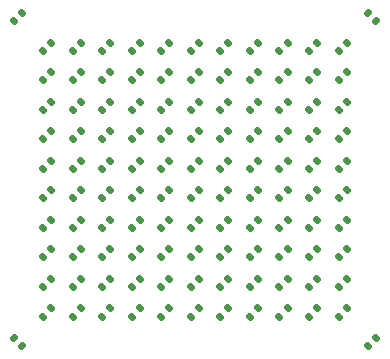
<source format=gbr>
%TF.GenerationSoftware,KiCad,Pcbnew,7.0.8*%
%TF.CreationDate,2023-11-08T20:06:37+10:00*%
%TF.ProjectId,LEDBoard,4c454442-6f61-4726-942e-6b696361645f,rev?*%
%TF.SameCoordinates,Original*%
%TF.FileFunction,Paste,Top*%
%TF.FilePolarity,Positive*%
%FSLAX46Y46*%
G04 Gerber Fmt 4.6, Leading zero omitted, Abs format (unit mm)*
G04 Created by KiCad (PCBNEW 7.0.8) date 2023-11-08 20:06:37*
%MOMM*%
%LPD*%
G01*
G04 APERTURE LIST*
G04 Aperture macros list*
%AMRoundRect*
0 Rectangle with rounded corners*
0 $1 Rounding radius*
0 $2 $3 $4 $5 $6 $7 $8 $9 X,Y pos of 4 corners*
0 Add a 4 corners polygon primitive as box body*
4,1,4,$2,$3,$4,$5,$6,$7,$8,$9,$2,$3,0*
0 Add four circle primitives for the rounded corners*
1,1,$1+$1,$2,$3*
1,1,$1+$1,$4,$5*
1,1,$1+$1,$6,$7*
1,1,$1+$1,$8,$9*
0 Add four rect primitives between the rounded corners*
20,1,$1+$1,$2,$3,$4,$5,0*
20,1,$1+$1,$4,$5,$6,$7,0*
20,1,$1+$1,$6,$7,$8,$9,0*
20,1,$1+$1,$8,$9,$2,$3,0*%
G04 Aperture macros list end*
%ADD10RoundRect,0.147500X0.017678X-0.226274X0.226274X-0.017678X-0.017678X0.226274X-0.226274X0.017678X0*%
%ADD11RoundRect,0.147500X0.226274X0.017678X0.017678X0.226274X-0.226274X-0.017678X-0.017678X-0.226274X0*%
%ADD12RoundRect,0.147500X-0.226274X-0.017678X-0.017678X-0.226274X0.226274X0.017678X0.017678X0.226274X0*%
%ADD13RoundRect,0.147500X-0.017678X0.226274X-0.226274X0.017678X0.017678X-0.226274X0.226274X-0.017678X0*%
G04 APERTURE END LIST*
D10*
%TO.C,D47*%
X27157053Y-14092947D03*
X27842947Y-13407053D03*
%TD*%
%TO.C,D108*%
X14657053Y-29092947D03*
X15342947Y-28407053D03*
%TD*%
%TO.C,D20*%
X14657053Y-9092947D03*
X15342947Y-8407053D03*
%TD*%
%TO.C,D62*%
X9657053Y-19092947D03*
X10342947Y-18407053D03*
%TD*%
%TO.C,D10*%
X17157053Y-6592947D03*
X17842947Y-5907053D03*
%TD*%
%TO.C,D73*%
X9657053Y-21592947D03*
X10342947Y-20907053D03*
%TD*%
%TO.C,D23*%
X22157053Y-9092947D03*
X22842947Y-8407053D03*
%TD*%
%TO.C,D12*%
X22157053Y-6592947D03*
X22842947Y-5907053D03*
%TD*%
%TO.C,D111*%
X22157053Y-29092947D03*
X22842947Y-28407053D03*
%TD*%
%TO.C,D56*%
X22157053Y-16592947D03*
X22842947Y-15907053D03*
%TD*%
%TO.C,D112*%
X24657053Y-29092947D03*
X25342947Y-28407053D03*
%TD*%
%TO.C,D88*%
X19657053Y-24092947D03*
X20342947Y-23407053D03*
%TD*%
%TO.C,D100*%
X22157053Y-26592947D03*
X22842947Y-25907053D03*
%TD*%
%TO.C,D1*%
X2157053Y-4092947D03*
X2842947Y-3407053D03*
%TD*%
%TO.C,D55*%
X19657053Y-16592947D03*
X20342947Y-15907053D03*
%TD*%
%TO.C,D114*%
X29657053Y-29092947D03*
X30342947Y-28407053D03*
%TD*%
%TO.C,D80*%
X27157053Y-21592947D03*
X27842947Y-20907053D03*
%TD*%
%TO.C,D66*%
X19657053Y-19092947D03*
X20342947Y-18407053D03*
%TD*%
%TO.C,D69*%
X27157053Y-19092947D03*
X27842947Y-18407053D03*
%TD*%
%TO.C,D39*%
X7157053Y-14092947D03*
X7842947Y-13407053D03*
%TD*%
%TO.C,D72*%
X7157053Y-21592947D03*
X7842947Y-20907053D03*
%TD*%
%TO.C,D57*%
X24657053Y-16592947D03*
X25342947Y-15907053D03*
%TD*%
%TO.C,D60*%
X4657053Y-19092947D03*
X5342947Y-18407053D03*
%TD*%
%TO.C,D17*%
X7157053Y-9092947D03*
X7842947Y-8407053D03*
%TD*%
%TO.C,D75*%
X14657053Y-21592947D03*
X15342947Y-20907053D03*
%TD*%
%TO.C,D33*%
X19657053Y-11592947D03*
X20342947Y-10907053D03*
%TD*%
%TO.C,D35*%
X24657053Y-11592947D03*
X25342947Y-10907053D03*
%TD*%
%TO.C,D52*%
X12157053Y-16592947D03*
X12842947Y-15907053D03*
%TD*%
%TO.C,D54*%
X17157053Y-16592947D03*
X17842947Y-15907053D03*
%TD*%
%TO.C,D13*%
X24657053Y-6592947D03*
X25342947Y-5907053D03*
%TD*%
%TO.C,D15*%
X29657053Y-6592947D03*
X30342947Y-5907053D03*
%TD*%
%TO.C,D96*%
X12157053Y-26592947D03*
X12842947Y-25907053D03*
%TD*%
%TO.C,D109*%
X17157053Y-29092947D03*
X17842947Y-28407053D03*
%TD*%
%TO.C,D65*%
X17157053Y-19092947D03*
X17842947Y-18407053D03*
%TD*%
%TO.C,D18*%
X9657053Y-9092947D03*
X10342947Y-8407053D03*
%TD*%
%TO.C,D40*%
X9657053Y-14092947D03*
X10342947Y-13407053D03*
%TD*%
%TO.C,D101*%
X24657053Y-26592947D03*
X25342947Y-25907053D03*
%TD*%
%TO.C,D84*%
X9657053Y-24092947D03*
X10342947Y-23407053D03*
%TD*%
%TO.C,D7*%
X9657053Y-6592947D03*
X10342947Y-5907053D03*
%TD*%
%TO.C,D29*%
X9657053Y-11592947D03*
X10342947Y-10907053D03*
%TD*%
%TO.C,D27*%
X4657053Y-11592947D03*
X5342947Y-10907053D03*
%TD*%
%TO.C,D113*%
X27157053Y-29092947D03*
X27842947Y-28407053D03*
%TD*%
D11*
%TO.C,D2*%
X32842947Y-4092947D03*
X32157053Y-3407053D03*
%TD*%
D10*
%TO.C,D95*%
X9657053Y-26592947D03*
X10342947Y-25907053D03*
%TD*%
%TO.C,D103*%
X29657053Y-26592947D03*
X30342947Y-25907053D03*
%TD*%
%TO.C,D78*%
X22157053Y-21592947D03*
X22842947Y-20907053D03*
%TD*%
%TO.C,D36*%
X27157053Y-11592947D03*
X27842947Y-10907053D03*
%TD*%
%TO.C,D31*%
X14657053Y-11592947D03*
X15342947Y-10907053D03*
%TD*%
%TO.C,D24*%
X24657053Y-9092947D03*
X25342947Y-8407053D03*
%TD*%
%TO.C,D25*%
X27157053Y-9092947D03*
X27842947Y-8407053D03*
%TD*%
%TO.C,D99*%
X19657053Y-26592947D03*
X20342947Y-25907053D03*
%TD*%
%TO.C,D49*%
X4657053Y-16592947D03*
X5342947Y-15907053D03*
%TD*%
D12*
%TO.C,D3*%
X2157053Y-30907053D03*
X2842947Y-31592947D03*
%TD*%
D10*
%TO.C,D105*%
X7157053Y-29092947D03*
X7842947Y-28407053D03*
%TD*%
%TO.C,D93*%
X4657053Y-26592947D03*
X5342947Y-25907053D03*
%TD*%
%TO.C,D46*%
X24657053Y-14092947D03*
X25342947Y-13407053D03*
%TD*%
%TO.C,D51*%
X9657053Y-16592947D03*
X10342947Y-15907053D03*
%TD*%
%TO.C,D79*%
X24657053Y-21592947D03*
X25342947Y-20907053D03*
%TD*%
%TO.C,D53*%
X14657053Y-16592947D03*
X15342947Y-15907053D03*
%TD*%
%TO.C,D6*%
X7157053Y-6592947D03*
X7842947Y-5907053D03*
%TD*%
%TO.C,D106*%
X9657053Y-29092947D03*
X10342947Y-28407053D03*
%TD*%
%TO.C,D82*%
X4657053Y-24092947D03*
X5342947Y-23407053D03*
%TD*%
%TO.C,D16*%
X4657053Y-9092947D03*
X5342947Y-8407053D03*
%TD*%
%TO.C,D68*%
X24657053Y-19092947D03*
X25342947Y-18407053D03*
%TD*%
%TO.C,D107*%
X12157053Y-29092947D03*
X12842947Y-28407053D03*
%TD*%
%TO.C,D34*%
X22157053Y-11592947D03*
X22842947Y-10907053D03*
%TD*%
%TO.C,D85*%
X12157053Y-24092947D03*
X12842947Y-23407053D03*
%TD*%
%TO.C,D8*%
X12157053Y-6592947D03*
X12842947Y-5907053D03*
%TD*%
%TO.C,D70*%
X29657053Y-19092947D03*
X30342947Y-18407053D03*
%TD*%
%TO.C,D21*%
X17157053Y-9092947D03*
X17842947Y-8407053D03*
%TD*%
%TO.C,D44*%
X19657053Y-14092947D03*
X20342947Y-13407053D03*
%TD*%
%TO.C,D92*%
X29657053Y-24092947D03*
X30342947Y-23407053D03*
%TD*%
%TO.C,D41*%
X12157053Y-14092947D03*
X12842947Y-13407053D03*
%TD*%
%TO.C,D91*%
X27157053Y-24092947D03*
X27842947Y-23407053D03*
%TD*%
%TO.C,D45*%
X22157053Y-14092947D03*
X22842947Y-13407053D03*
%TD*%
%TO.C,D11*%
X19657053Y-6592947D03*
X20342947Y-5907053D03*
%TD*%
%TO.C,D77*%
X19657053Y-21592947D03*
X20342947Y-20907053D03*
%TD*%
%TO.C,D83*%
X7157053Y-24092947D03*
X7842947Y-23407053D03*
%TD*%
%TO.C,D87*%
X17157053Y-24092947D03*
X17842947Y-23407053D03*
%TD*%
%TO.C,D89*%
X22157053Y-24092947D03*
X22842947Y-23407053D03*
%TD*%
D13*
%TO.C,D4*%
X32842947Y-30907053D03*
X32157053Y-31592947D03*
%TD*%
D10*
%TO.C,D9*%
X14657053Y-6592947D03*
X15342947Y-5907053D03*
%TD*%
%TO.C,D76*%
X17157053Y-21592947D03*
X17842947Y-20907053D03*
%TD*%
%TO.C,D50*%
X7157053Y-16592947D03*
X7842947Y-15907053D03*
%TD*%
%TO.C,D48*%
X29657053Y-14092947D03*
X30342947Y-13407053D03*
%TD*%
%TO.C,D74*%
X12157053Y-21592947D03*
X12842947Y-20907053D03*
%TD*%
%TO.C,D30*%
X12157053Y-11592947D03*
X12842947Y-10907053D03*
%TD*%
%TO.C,D14*%
X27157053Y-6592947D03*
X27842947Y-5907053D03*
%TD*%
%TO.C,D59*%
X29657053Y-16592947D03*
X30342947Y-15907053D03*
%TD*%
%TO.C,D19*%
X12157053Y-9092947D03*
X12842947Y-8407053D03*
%TD*%
%TO.C,D90*%
X24657053Y-24092947D03*
X25342947Y-23407053D03*
%TD*%
%TO.C,D43*%
X17157053Y-14092947D03*
X17842947Y-13407053D03*
%TD*%
%TO.C,D104*%
X4657053Y-29092947D03*
X5342947Y-28407053D03*
%TD*%
%TO.C,D61*%
X7157053Y-19092947D03*
X7842947Y-18407053D03*
%TD*%
%TO.C,D71*%
X4657053Y-21592947D03*
X5342947Y-20907053D03*
%TD*%
%TO.C,D32*%
X17157053Y-11592947D03*
X17842947Y-10907053D03*
%TD*%
%TO.C,D28*%
X7157053Y-11592947D03*
X7842947Y-10907053D03*
%TD*%
%TO.C,D63*%
X12157053Y-19092947D03*
X12842947Y-18407053D03*
%TD*%
%TO.C,D26*%
X29657053Y-9092947D03*
X30342947Y-8407053D03*
%TD*%
%TO.C,D22*%
X19657053Y-9092947D03*
X20342947Y-8407053D03*
%TD*%
%TO.C,D37*%
X29657053Y-11592947D03*
X30342947Y-10907053D03*
%TD*%
%TO.C,D97*%
X14657053Y-26592947D03*
X15342947Y-25907053D03*
%TD*%
%TO.C,D38*%
X4657053Y-14092947D03*
X5342947Y-13407053D03*
%TD*%
%TO.C,D67*%
X22157053Y-19092947D03*
X22842947Y-18407053D03*
%TD*%
%TO.C,D58*%
X27157053Y-16592947D03*
X27842947Y-15907053D03*
%TD*%
%TO.C,D81*%
X29657053Y-21592947D03*
X30342947Y-20907053D03*
%TD*%
%TO.C,D102*%
X27157053Y-26592947D03*
X27842947Y-25907053D03*
%TD*%
%TO.C,D110*%
X19657053Y-29092947D03*
X20342947Y-28407053D03*
%TD*%
%TO.C,D98*%
X17157053Y-26592947D03*
X17842947Y-25907053D03*
%TD*%
%TO.C,D42*%
X14657053Y-14092947D03*
X15342947Y-13407053D03*
%TD*%
%TO.C,D5*%
X4657053Y-6592947D03*
X5342947Y-5907053D03*
%TD*%
%TO.C,D64*%
X14657053Y-19092947D03*
X15342947Y-18407053D03*
%TD*%
%TO.C,D86*%
X14657053Y-24092947D03*
X15342947Y-23407053D03*
%TD*%
%TO.C,D94*%
X7157053Y-26592947D03*
X7842947Y-25907053D03*
%TD*%
M02*

</source>
